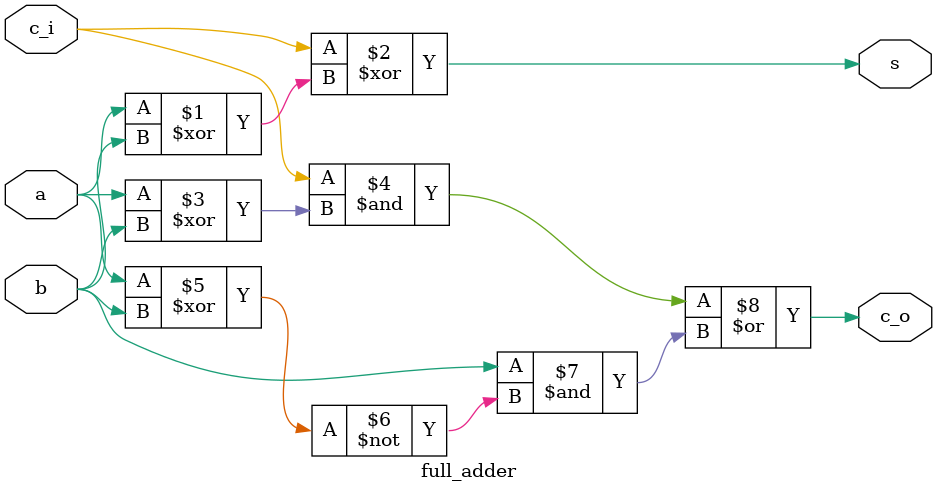
<source format=v>

module sum4bits(A,B,C_IN,SUM,C_OUT);
	input		[3:0]A,B;
	input		C_IN;
	output	[3:0]SUM;
	output	C_OUT;
	
	wire		C_1, C_2, C_3;
	
	full_adder inst1 (.a(A[0]), .b(B[0]), .c_i(C_IN), .s(SUM[0]), .c_o(C1));
	full_adder inst2 (.a(A[1]), .b(B[1]), .c_i(C1), .s(SUM[1]), .c_o(C2));
	full_adder inst3 (.a(A[2]), .b(B[2]), .c_i(C2), .s(SUM[2]), .c_o(C3));
	full_adder inst4 (.a(A[3]), .b(B[3]), .c_i(C3), .s(SUM[3]), .c_o(C_OUT));
	
endmodule

module full_adder(a,b,c_i,s,c_o);
	input 	a,b,c_i;
	output	s, c_o;
	
	assign 	s 		= c_i ^ (a^b);
	assign 	c_o	= (c_i & (a^b)) | (b & ~(a^b));

endmodule 
</source>
